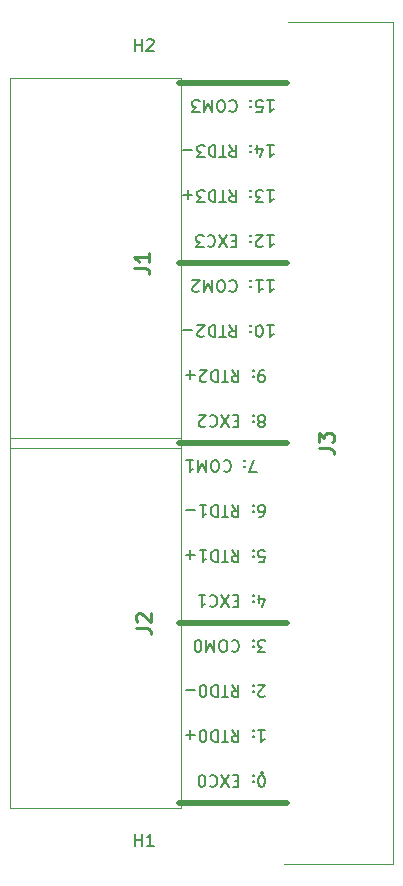
<source format=gbr>
G04 #@! TF.GenerationSoftware,KiCad,Pcbnew,(5.99.0-7355-g8781ce7efb)*
G04 #@! TF.CreationDate,2021-03-09T10:35:05+01:00*
G04 #@! TF.ProjectId,NI9217Filter,4e493932-3137-4466-996c-7465722e6b69,rev?*
G04 #@! TF.SameCoordinates,Original*
G04 #@! TF.FileFunction,Legend,Top*
G04 #@! TF.FilePolarity,Positive*
%FSLAX46Y46*%
G04 Gerber Fmt 4.6, Leading zero omitted, Abs format (unit mm)*
G04 Created by KiCad (PCBNEW (5.99.0-7355-g8781ce7efb)) date 2021-03-09 10:35:05*
%MOMM*%
%LPD*%
G01*
G04 APERTURE LIST*
%ADD10C,0.500000*%
%ADD11C,0.150000*%
%ADD12C,0.254000*%
%ADD13C,0.100000*%
%ADD14C,0.200000*%
G04 APERTURE END LIST*
D10*
X140716000Y-71120000D02*
X149860000Y-71120000D01*
X140716000Y-86360000D02*
X149860000Y-86360000D01*
X140716000Y-101600000D02*
X149860000Y-101600000D01*
X140716000Y-116840000D02*
X149860000Y-116840000D01*
X140716000Y-132080000D02*
X149860000Y-132080000D01*
D11*
X148075452Y-119292619D02*
X147456404Y-119292619D01*
X147789737Y-118911666D01*
X147646880Y-118911666D01*
X147551642Y-118864047D01*
X147504023Y-118816428D01*
X147456404Y-118721190D01*
X147456404Y-118483095D01*
X147504023Y-118387857D01*
X147551642Y-118340238D01*
X147646880Y-118292619D01*
X147932595Y-118292619D01*
X148027833Y-118340238D01*
X148075452Y-118387857D01*
X147027833Y-118387857D02*
X146980214Y-118340238D01*
X147027833Y-118292619D01*
X147075452Y-118340238D01*
X147027833Y-118387857D01*
X147027833Y-118292619D01*
X147027833Y-118911666D02*
X146980214Y-118864047D01*
X147027833Y-118816428D01*
X147075452Y-118864047D01*
X147027833Y-118911666D01*
X147027833Y-118816428D01*
X145218309Y-118387857D02*
X145265928Y-118340238D01*
X145408785Y-118292619D01*
X145504023Y-118292619D01*
X145646880Y-118340238D01*
X145742118Y-118435476D01*
X145789737Y-118530714D01*
X145837356Y-118721190D01*
X145837356Y-118864047D01*
X145789737Y-119054523D01*
X145742118Y-119149761D01*
X145646880Y-119245000D01*
X145504023Y-119292619D01*
X145408785Y-119292619D01*
X145265928Y-119245000D01*
X145218309Y-119197380D01*
X144599261Y-119292619D02*
X144408785Y-119292619D01*
X144313547Y-119245000D01*
X144218309Y-119149761D01*
X144170690Y-118959285D01*
X144170690Y-118625952D01*
X144218309Y-118435476D01*
X144313547Y-118340238D01*
X144408785Y-118292619D01*
X144599261Y-118292619D01*
X144694499Y-118340238D01*
X144789737Y-118435476D01*
X144837356Y-118625952D01*
X144837356Y-118959285D01*
X144789737Y-119149761D01*
X144694499Y-119245000D01*
X144599261Y-119292619D01*
X143742118Y-118292619D02*
X143742118Y-119292619D01*
X143408785Y-118578333D01*
X143075452Y-119292619D01*
X143075452Y-118292619D01*
X142408785Y-119292619D02*
X142313547Y-119292619D01*
X142218309Y-119245000D01*
X142170690Y-119197380D01*
X142123071Y-119102142D01*
X142075452Y-118911666D01*
X142075452Y-118673571D01*
X142123071Y-118483095D01*
X142170690Y-118387857D01*
X142218309Y-118340238D01*
X142313547Y-118292619D01*
X142408785Y-118292619D01*
X142504023Y-118340238D01*
X142551642Y-118387857D01*
X142599261Y-118483095D01*
X142646880Y-118673571D01*
X142646880Y-118911666D01*
X142599261Y-119102142D01*
X142551642Y-119197380D01*
X142504023Y-119245000D01*
X142408785Y-119292619D01*
X148027832Y-123007380D02*
X147980213Y-123055000D01*
X147884975Y-123102619D01*
X147646880Y-123102619D01*
X147551642Y-123055000D01*
X147504023Y-123007380D01*
X147456404Y-122912142D01*
X147456404Y-122816904D01*
X147504023Y-122674047D01*
X148075452Y-122102619D01*
X147456404Y-122102619D01*
X147027832Y-122197857D02*
X146980213Y-122150238D01*
X147027832Y-122102619D01*
X147075452Y-122150238D01*
X147027832Y-122197857D01*
X147027832Y-122102619D01*
X147027832Y-122721666D02*
X146980213Y-122674047D01*
X147027832Y-122626428D01*
X147075452Y-122674047D01*
X147027832Y-122721666D01*
X147027832Y-122626428D01*
X145218309Y-122102619D02*
X145551642Y-122578809D01*
X145789737Y-122102619D02*
X145789737Y-123102619D01*
X145408785Y-123102619D01*
X145313547Y-123055000D01*
X145265928Y-123007380D01*
X145218309Y-122912142D01*
X145218309Y-122769285D01*
X145265928Y-122674047D01*
X145313547Y-122626428D01*
X145408785Y-122578809D01*
X145789737Y-122578809D01*
X144932594Y-123102619D02*
X144361166Y-123102619D01*
X144646880Y-122102619D02*
X144646880Y-123102619D01*
X144027832Y-122102619D02*
X144027832Y-123102619D01*
X143789737Y-123102619D01*
X143646880Y-123055000D01*
X143551642Y-122959761D01*
X143504023Y-122864523D01*
X143456404Y-122674047D01*
X143456404Y-122531190D01*
X143504023Y-122340714D01*
X143551642Y-122245476D01*
X143646880Y-122150238D01*
X143789737Y-122102619D01*
X144027832Y-122102619D01*
X142837356Y-123102619D02*
X142742118Y-123102619D01*
X142646880Y-123055000D01*
X142599261Y-123007380D01*
X142551642Y-122912142D01*
X142504023Y-122721666D01*
X142504023Y-122483571D01*
X142551642Y-122293095D01*
X142599261Y-122197857D01*
X142646880Y-122150238D01*
X142742118Y-122102619D01*
X142837356Y-122102619D01*
X142932594Y-122150238D01*
X142980213Y-122197857D01*
X143027832Y-122293095D01*
X143075452Y-122483571D01*
X143075452Y-122721666D01*
X143027832Y-122912142D01*
X142980213Y-123007380D01*
X142932594Y-123055000D01*
X142837356Y-123102619D01*
X142075452Y-122483571D02*
X141313547Y-122483571D01*
X147456404Y-125912619D02*
X148027832Y-125912619D01*
X147742118Y-125912619D02*
X147742118Y-126912619D01*
X147837356Y-126769761D01*
X147932594Y-126674523D01*
X148027832Y-126626904D01*
X147027832Y-126007857D02*
X146980213Y-125960238D01*
X147027832Y-125912619D01*
X147075452Y-125960238D01*
X147027832Y-126007857D01*
X147027832Y-125912619D01*
X147027832Y-126531666D02*
X146980213Y-126484047D01*
X147027832Y-126436428D01*
X147075452Y-126484047D01*
X147027832Y-126531666D01*
X147027832Y-126436428D01*
X145218309Y-125912619D02*
X145551642Y-126388809D01*
X145789737Y-125912619D02*
X145789737Y-126912619D01*
X145408785Y-126912619D01*
X145313547Y-126865000D01*
X145265928Y-126817380D01*
X145218309Y-126722142D01*
X145218309Y-126579285D01*
X145265928Y-126484047D01*
X145313547Y-126436428D01*
X145408785Y-126388809D01*
X145789737Y-126388809D01*
X144932594Y-126912619D02*
X144361166Y-126912619D01*
X144646880Y-125912619D02*
X144646880Y-126912619D01*
X144027832Y-125912619D02*
X144027832Y-126912619D01*
X143789737Y-126912619D01*
X143646880Y-126865000D01*
X143551642Y-126769761D01*
X143504023Y-126674523D01*
X143456404Y-126484047D01*
X143456404Y-126341190D01*
X143504023Y-126150714D01*
X143551642Y-126055476D01*
X143646880Y-125960238D01*
X143789737Y-125912619D01*
X144027832Y-125912619D01*
X142837356Y-126912619D02*
X142742118Y-126912619D01*
X142646880Y-126865000D01*
X142599261Y-126817380D01*
X142551642Y-126722142D01*
X142504023Y-126531666D01*
X142504023Y-126293571D01*
X142551642Y-126103095D01*
X142599261Y-126007857D01*
X142646880Y-125960238D01*
X142742118Y-125912619D01*
X142837356Y-125912619D01*
X142932594Y-125960238D01*
X142980213Y-126007857D01*
X143027832Y-126103095D01*
X143075452Y-126293571D01*
X143075452Y-126531666D01*
X143027832Y-126722142D01*
X142980213Y-126817380D01*
X142932594Y-126865000D01*
X142837356Y-126912619D01*
X142075452Y-126293571D02*
X141313547Y-126293571D01*
X141694499Y-125912619D02*
X141694499Y-126674523D01*
X147789737Y-130722619D02*
X147694499Y-130722619D01*
X147599261Y-130675000D01*
X147551642Y-130627380D01*
X147504023Y-130532142D01*
X147456404Y-130341666D01*
X147456404Y-130103571D01*
X147504023Y-129913095D01*
X147551642Y-129817857D01*
X147599261Y-129770238D01*
X147694499Y-129722619D01*
X147789737Y-129722619D01*
X147884975Y-129770238D01*
X147932594Y-129817857D01*
X147980213Y-129913095D01*
X148027832Y-130103571D01*
X148027832Y-130341666D01*
X147980213Y-130532142D01*
X147932594Y-130627380D01*
X147884975Y-130675000D01*
X147789737Y-130722619D01*
X147027832Y-129817857D02*
X146980213Y-129770238D01*
X147027832Y-129722619D01*
X147075451Y-129770238D01*
X147027832Y-129817857D01*
X147027832Y-129722619D01*
X147027832Y-130341666D02*
X146980213Y-130294047D01*
X147027832Y-130246428D01*
X147075451Y-130294047D01*
X147027832Y-130341666D01*
X147027832Y-130246428D01*
X145789737Y-130246428D02*
X145456404Y-130246428D01*
X145313547Y-129722619D02*
X145789737Y-129722619D01*
X145789737Y-130722619D01*
X145313547Y-130722619D01*
X144980213Y-130722619D02*
X144313547Y-129722619D01*
X144313547Y-130722619D02*
X144980213Y-129722619D01*
X143361166Y-129817857D02*
X143408785Y-129770238D01*
X143551642Y-129722619D01*
X143646880Y-129722619D01*
X143789737Y-129770238D01*
X143884975Y-129865476D01*
X143932594Y-129960714D01*
X143980213Y-130151190D01*
X143980213Y-130294047D01*
X143932594Y-130484523D01*
X143884975Y-130579761D01*
X143789737Y-130675000D01*
X143646880Y-130722619D01*
X143551642Y-130722619D01*
X143408785Y-130675000D01*
X143361166Y-130627380D01*
X142742118Y-130722619D02*
X142646880Y-130722619D01*
X142551642Y-130675000D01*
X142504023Y-130627380D01*
X142456404Y-130532142D01*
X142408785Y-130341666D01*
X142408785Y-130103571D01*
X142456404Y-129913095D01*
X142504023Y-129817857D01*
X142551642Y-129770238D01*
X142646880Y-129722619D01*
X142742118Y-129722619D01*
X142837356Y-129770238D01*
X142884975Y-129817857D01*
X142932594Y-129913095D01*
X142980213Y-130103571D01*
X142980213Y-130341666D01*
X142932594Y-130532142D01*
X142884975Y-130627380D01*
X142837356Y-130675000D01*
X142742118Y-130722619D01*
X147932594Y-95432619D02*
X147742118Y-95432619D01*
X147646880Y-95480238D01*
X147599261Y-95527857D01*
X147504023Y-95670714D01*
X147456404Y-95861190D01*
X147456404Y-96242142D01*
X147504023Y-96337380D01*
X147551642Y-96385000D01*
X147646880Y-96432619D01*
X147837356Y-96432619D01*
X147932594Y-96385000D01*
X147980213Y-96337380D01*
X148027832Y-96242142D01*
X148027832Y-96004047D01*
X147980213Y-95908809D01*
X147932594Y-95861190D01*
X147837356Y-95813571D01*
X147646880Y-95813571D01*
X147551642Y-95861190D01*
X147504023Y-95908809D01*
X147456404Y-96004047D01*
X147027832Y-95527857D02*
X146980213Y-95480238D01*
X147027832Y-95432619D01*
X147075452Y-95480238D01*
X147027832Y-95527857D01*
X147027832Y-95432619D01*
X147027832Y-96051666D02*
X146980213Y-96004047D01*
X147027832Y-95956428D01*
X147075452Y-96004047D01*
X147027832Y-96051666D01*
X147027832Y-95956428D01*
X145218309Y-95432619D02*
X145551642Y-95908809D01*
X145789737Y-95432619D02*
X145789737Y-96432619D01*
X145408785Y-96432619D01*
X145313547Y-96385000D01*
X145265928Y-96337380D01*
X145218309Y-96242142D01*
X145218309Y-96099285D01*
X145265928Y-96004047D01*
X145313547Y-95956428D01*
X145408785Y-95908809D01*
X145789737Y-95908809D01*
X144932594Y-96432619D02*
X144361166Y-96432619D01*
X144646880Y-95432619D02*
X144646880Y-96432619D01*
X144027832Y-95432619D02*
X144027832Y-96432619D01*
X143789737Y-96432619D01*
X143646880Y-96385000D01*
X143551642Y-96289761D01*
X143504023Y-96194523D01*
X143456404Y-96004047D01*
X143456404Y-95861190D01*
X143504023Y-95670714D01*
X143551642Y-95575476D01*
X143646880Y-95480238D01*
X143789737Y-95432619D01*
X144027832Y-95432619D01*
X143075452Y-96337380D02*
X143027832Y-96385000D01*
X142932594Y-96432619D01*
X142694499Y-96432619D01*
X142599261Y-96385000D01*
X142551642Y-96337380D01*
X142504023Y-96242142D01*
X142504023Y-96146904D01*
X142551642Y-96004047D01*
X143123071Y-95432619D01*
X142504023Y-95432619D01*
X142075452Y-95813571D02*
X141313547Y-95813571D01*
X141694499Y-95432619D02*
X141694499Y-96194523D01*
X147384976Y-104052619D02*
X146718309Y-104052619D01*
X147146880Y-103052619D01*
X146337357Y-103147857D02*
X146289738Y-103100238D01*
X146337357Y-103052619D01*
X146384976Y-103100238D01*
X146337357Y-103147857D01*
X146337357Y-103052619D01*
X146337357Y-103671666D02*
X146289738Y-103624047D01*
X146337357Y-103576428D01*
X146384976Y-103624047D01*
X146337357Y-103671666D01*
X146337357Y-103576428D01*
X144527833Y-103147857D02*
X144575452Y-103100238D01*
X144718309Y-103052619D01*
X144813547Y-103052619D01*
X144956404Y-103100238D01*
X145051642Y-103195476D01*
X145099261Y-103290714D01*
X145146880Y-103481190D01*
X145146880Y-103624047D01*
X145099261Y-103814523D01*
X145051642Y-103909761D01*
X144956404Y-104005000D01*
X144813547Y-104052619D01*
X144718309Y-104052619D01*
X144575452Y-104005000D01*
X144527833Y-103957380D01*
X143908785Y-104052619D02*
X143718309Y-104052619D01*
X143623071Y-104005000D01*
X143527833Y-103909761D01*
X143480214Y-103719285D01*
X143480214Y-103385952D01*
X143527833Y-103195476D01*
X143623071Y-103100238D01*
X143718309Y-103052619D01*
X143908785Y-103052619D01*
X144004023Y-103100238D01*
X144099261Y-103195476D01*
X144146880Y-103385952D01*
X144146880Y-103719285D01*
X144099261Y-103909761D01*
X144004023Y-104005000D01*
X143908785Y-104052619D01*
X143051642Y-103052619D02*
X143051642Y-104052619D01*
X142718309Y-103338333D01*
X142384976Y-104052619D01*
X142384976Y-103052619D01*
X141384976Y-103052619D02*
X141956404Y-103052619D01*
X141670690Y-103052619D02*
X141670690Y-104052619D01*
X141765928Y-103909761D01*
X141861166Y-103814523D01*
X141956404Y-103766904D01*
X147837356Y-99814047D02*
X147932594Y-99861666D01*
X147980213Y-99909285D01*
X148027832Y-100004523D01*
X148027832Y-100052142D01*
X147980213Y-100147380D01*
X147932594Y-100195000D01*
X147837356Y-100242619D01*
X147646880Y-100242619D01*
X147551642Y-100195000D01*
X147504023Y-100147380D01*
X147456404Y-100052142D01*
X147456404Y-100004523D01*
X147504023Y-99909285D01*
X147551642Y-99861666D01*
X147646880Y-99814047D01*
X147837356Y-99814047D01*
X147932594Y-99766428D01*
X147980213Y-99718809D01*
X148027832Y-99623571D01*
X148027832Y-99433095D01*
X147980213Y-99337857D01*
X147932594Y-99290238D01*
X147837356Y-99242619D01*
X147646880Y-99242619D01*
X147551642Y-99290238D01*
X147504023Y-99337857D01*
X147456404Y-99433095D01*
X147456404Y-99623571D01*
X147504023Y-99718809D01*
X147551642Y-99766428D01*
X147646880Y-99814047D01*
X147027832Y-99337857D02*
X146980213Y-99290238D01*
X147027832Y-99242619D01*
X147075451Y-99290238D01*
X147027832Y-99337857D01*
X147027832Y-99242619D01*
X147027832Y-99861666D02*
X146980213Y-99814047D01*
X147027832Y-99766428D01*
X147075451Y-99814047D01*
X147027832Y-99861666D01*
X147027832Y-99766428D01*
X145789737Y-99766428D02*
X145456404Y-99766428D01*
X145313547Y-99242619D02*
X145789737Y-99242619D01*
X145789737Y-100242619D01*
X145313547Y-100242619D01*
X144980213Y-100242619D02*
X144313547Y-99242619D01*
X144313547Y-100242619D02*
X144980213Y-99242619D01*
X143361166Y-99337857D02*
X143408785Y-99290238D01*
X143551642Y-99242619D01*
X143646880Y-99242619D01*
X143789737Y-99290238D01*
X143884975Y-99385476D01*
X143932594Y-99480714D01*
X143980213Y-99671190D01*
X143980213Y-99814047D01*
X143932594Y-100004523D01*
X143884975Y-100099761D01*
X143789737Y-100195000D01*
X143646880Y-100242619D01*
X143551642Y-100242619D01*
X143408785Y-100195000D01*
X143361166Y-100147380D01*
X142980213Y-100147380D02*
X142932594Y-100195000D01*
X142837356Y-100242619D01*
X142599261Y-100242619D01*
X142504023Y-100195000D01*
X142456404Y-100147380D01*
X142408785Y-100052142D01*
X142408785Y-99956904D01*
X142456404Y-99814047D01*
X143027832Y-99242619D01*
X142408785Y-99242619D01*
X147551642Y-107862619D02*
X147742118Y-107862619D01*
X147837356Y-107815000D01*
X147884975Y-107767380D01*
X147980213Y-107624523D01*
X148027832Y-107434047D01*
X148027832Y-107053095D01*
X147980213Y-106957857D01*
X147932594Y-106910238D01*
X147837356Y-106862619D01*
X147646880Y-106862619D01*
X147551642Y-106910238D01*
X147504023Y-106957857D01*
X147456404Y-107053095D01*
X147456404Y-107291190D01*
X147504023Y-107386428D01*
X147551642Y-107434047D01*
X147646880Y-107481666D01*
X147837356Y-107481666D01*
X147932594Y-107434047D01*
X147980213Y-107386428D01*
X148027832Y-107291190D01*
X147027832Y-106957857D02*
X146980213Y-106910238D01*
X147027832Y-106862619D01*
X147075452Y-106910238D01*
X147027832Y-106957857D01*
X147027832Y-106862619D01*
X147027832Y-107481666D02*
X146980213Y-107434047D01*
X147027832Y-107386428D01*
X147075452Y-107434047D01*
X147027832Y-107481666D01*
X147027832Y-107386428D01*
X145218309Y-106862619D02*
X145551642Y-107338809D01*
X145789737Y-106862619D02*
X145789737Y-107862619D01*
X145408785Y-107862619D01*
X145313547Y-107815000D01*
X145265928Y-107767380D01*
X145218309Y-107672142D01*
X145218309Y-107529285D01*
X145265928Y-107434047D01*
X145313547Y-107386428D01*
X145408785Y-107338809D01*
X145789737Y-107338809D01*
X144932594Y-107862619D02*
X144361166Y-107862619D01*
X144646880Y-106862619D02*
X144646880Y-107862619D01*
X144027832Y-106862619D02*
X144027832Y-107862619D01*
X143789737Y-107862619D01*
X143646880Y-107815000D01*
X143551642Y-107719761D01*
X143504023Y-107624523D01*
X143456404Y-107434047D01*
X143456404Y-107291190D01*
X143504023Y-107100714D01*
X143551642Y-107005476D01*
X143646880Y-106910238D01*
X143789737Y-106862619D01*
X144027832Y-106862619D01*
X142504023Y-106862619D02*
X143075452Y-106862619D01*
X142789737Y-106862619D02*
X142789737Y-107862619D01*
X142884975Y-107719761D01*
X142980213Y-107624523D01*
X143075452Y-107576904D01*
X142075452Y-107243571D02*
X141313547Y-107243571D01*
X147551642Y-115149285D02*
X147551642Y-114482619D01*
X147789737Y-115530238D02*
X148027832Y-114815952D01*
X147408785Y-114815952D01*
X147027832Y-114577857D02*
X146980213Y-114530238D01*
X147027832Y-114482619D01*
X147075451Y-114530238D01*
X147027832Y-114577857D01*
X147027832Y-114482619D01*
X147027832Y-115101666D02*
X146980213Y-115054047D01*
X147027832Y-115006428D01*
X147075451Y-115054047D01*
X147027832Y-115101666D01*
X147027832Y-115006428D01*
X145789737Y-115006428D02*
X145456404Y-115006428D01*
X145313547Y-114482619D02*
X145789737Y-114482619D01*
X145789737Y-115482619D01*
X145313547Y-115482619D01*
X144980213Y-115482619D02*
X144313547Y-114482619D01*
X144313547Y-115482619D02*
X144980213Y-114482619D01*
X143361166Y-114577857D02*
X143408785Y-114530238D01*
X143551642Y-114482619D01*
X143646880Y-114482619D01*
X143789737Y-114530238D01*
X143884975Y-114625476D01*
X143932594Y-114720714D01*
X143980213Y-114911190D01*
X143980213Y-115054047D01*
X143932594Y-115244523D01*
X143884975Y-115339761D01*
X143789737Y-115435000D01*
X143646880Y-115482619D01*
X143551642Y-115482619D01*
X143408785Y-115435000D01*
X143361166Y-115387380D01*
X142408785Y-114482619D02*
X142980213Y-114482619D01*
X142694499Y-114482619D02*
X142694499Y-115482619D01*
X142789737Y-115339761D01*
X142884975Y-115244523D01*
X142980213Y-115196904D01*
X147504023Y-111672619D02*
X147980213Y-111672619D01*
X148027832Y-111196428D01*
X147980213Y-111244047D01*
X147884975Y-111291666D01*
X147646880Y-111291666D01*
X147551642Y-111244047D01*
X147504023Y-111196428D01*
X147456404Y-111101190D01*
X147456404Y-110863095D01*
X147504023Y-110767857D01*
X147551642Y-110720238D01*
X147646880Y-110672619D01*
X147884975Y-110672619D01*
X147980213Y-110720238D01*
X148027832Y-110767857D01*
X147027832Y-110767857D02*
X146980213Y-110720238D01*
X147027832Y-110672619D01*
X147075452Y-110720238D01*
X147027832Y-110767857D01*
X147027832Y-110672619D01*
X147027832Y-111291666D02*
X146980213Y-111244047D01*
X147027832Y-111196428D01*
X147075452Y-111244047D01*
X147027832Y-111291666D01*
X147027832Y-111196428D01*
X145218309Y-110672619D02*
X145551642Y-111148809D01*
X145789737Y-110672619D02*
X145789737Y-111672619D01*
X145408785Y-111672619D01*
X145313547Y-111625000D01*
X145265928Y-111577380D01*
X145218309Y-111482142D01*
X145218309Y-111339285D01*
X145265928Y-111244047D01*
X145313547Y-111196428D01*
X145408785Y-111148809D01*
X145789737Y-111148809D01*
X144932594Y-111672619D02*
X144361166Y-111672619D01*
X144646880Y-110672619D02*
X144646880Y-111672619D01*
X144027832Y-110672619D02*
X144027832Y-111672619D01*
X143789737Y-111672619D01*
X143646880Y-111625000D01*
X143551642Y-111529761D01*
X143504023Y-111434523D01*
X143456404Y-111244047D01*
X143456404Y-111101190D01*
X143504023Y-110910714D01*
X143551642Y-110815476D01*
X143646880Y-110720238D01*
X143789737Y-110672619D01*
X144027832Y-110672619D01*
X142504023Y-110672619D02*
X143075452Y-110672619D01*
X142789737Y-110672619D02*
X142789737Y-111672619D01*
X142884975Y-111529761D01*
X142980213Y-111434523D01*
X143075452Y-111386904D01*
X142075452Y-111053571D02*
X141313547Y-111053571D01*
X141694499Y-110672619D02*
X141694499Y-111434523D01*
X148218309Y-91622619D02*
X148789737Y-91622619D01*
X148504023Y-91622619D02*
X148504023Y-92622619D01*
X148599261Y-92479761D01*
X148694499Y-92384523D01*
X148789737Y-92336904D01*
X147599261Y-92622619D02*
X147504023Y-92622619D01*
X147408785Y-92575000D01*
X147361166Y-92527380D01*
X147313547Y-92432142D01*
X147265928Y-92241666D01*
X147265928Y-92003571D01*
X147313547Y-91813095D01*
X147361166Y-91717857D01*
X147408785Y-91670238D01*
X147504023Y-91622619D01*
X147599261Y-91622619D01*
X147694499Y-91670238D01*
X147742118Y-91717857D01*
X147789737Y-91813095D01*
X147837356Y-92003571D01*
X147837356Y-92241666D01*
X147789737Y-92432142D01*
X147742118Y-92527380D01*
X147694499Y-92575000D01*
X147599261Y-92622619D01*
X146837356Y-91717857D02*
X146789737Y-91670238D01*
X146837356Y-91622619D01*
X146884976Y-91670238D01*
X146837356Y-91717857D01*
X146837356Y-91622619D01*
X146837356Y-92241666D02*
X146789737Y-92194047D01*
X146837356Y-92146428D01*
X146884976Y-92194047D01*
X146837356Y-92241666D01*
X146837356Y-92146428D01*
X145027833Y-91622619D02*
X145361166Y-92098809D01*
X145599261Y-91622619D02*
X145599261Y-92622619D01*
X145218309Y-92622619D01*
X145123071Y-92575000D01*
X145075452Y-92527380D01*
X145027833Y-92432142D01*
X145027833Y-92289285D01*
X145075452Y-92194047D01*
X145123071Y-92146428D01*
X145218309Y-92098809D01*
X145599261Y-92098809D01*
X144742118Y-92622619D02*
X144170690Y-92622619D01*
X144456404Y-91622619D02*
X144456404Y-92622619D01*
X143837356Y-91622619D02*
X143837356Y-92622619D01*
X143599261Y-92622619D01*
X143456404Y-92575000D01*
X143361166Y-92479761D01*
X143313547Y-92384523D01*
X143265928Y-92194047D01*
X143265928Y-92051190D01*
X143313547Y-91860714D01*
X143361166Y-91765476D01*
X143456404Y-91670238D01*
X143599261Y-91622619D01*
X143837356Y-91622619D01*
X142884976Y-92527380D02*
X142837356Y-92575000D01*
X142742118Y-92622619D01*
X142504023Y-92622619D01*
X142408785Y-92575000D01*
X142361166Y-92527380D01*
X142313547Y-92432142D01*
X142313547Y-92336904D01*
X142361166Y-92194047D01*
X142932595Y-91622619D01*
X142313547Y-91622619D01*
X141884976Y-92003571D02*
X141123071Y-92003571D01*
X148218309Y-87812619D02*
X148789738Y-87812619D01*
X148504023Y-87812619D02*
X148504023Y-88812619D01*
X148599261Y-88669761D01*
X148694500Y-88574523D01*
X148789738Y-88526904D01*
X147265928Y-87812619D02*
X147837357Y-87812619D01*
X147551642Y-87812619D02*
X147551642Y-88812619D01*
X147646880Y-88669761D01*
X147742119Y-88574523D01*
X147837357Y-88526904D01*
X146837357Y-87907857D02*
X146789738Y-87860238D01*
X146837357Y-87812619D01*
X146884976Y-87860238D01*
X146837357Y-87907857D01*
X146837357Y-87812619D01*
X146837357Y-88431666D02*
X146789738Y-88384047D01*
X146837357Y-88336428D01*
X146884976Y-88384047D01*
X146837357Y-88431666D01*
X146837357Y-88336428D01*
X145027833Y-87907857D02*
X145075452Y-87860238D01*
X145218309Y-87812619D01*
X145313547Y-87812619D01*
X145456404Y-87860238D01*
X145551642Y-87955476D01*
X145599261Y-88050714D01*
X145646880Y-88241190D01*
X145646880Y-88384047D01*
X145599261Y-88574523D01*
X145551642Y-88669761D01*
X145456404Y-88765000D01*
X145313547Y-88812619D01*
X145218309Y-88812619D01*
X145075452Y-88765000D01*
X145027833Y-88717380D01*
X144408785Y-88812619D02*
X144218309Y-88812619D01*
X144123071Y-88765000D01*
X144027833Y-88669761D01*
X143980214Y-88479285D01*
X143980214Y-88145952D01*
X144027833Y-87955476D01*
X144123071Y-87860238D01*
X144218309Y-87812619D01*
X144408785Y-87812619D01*
X144504023Y-87860238D01*
X144599261Y-87955476D01*
X144646880Y-88145952D01*
X144646880Y-88479285D01*
X144599261Y-88669761D01*
X144504023Y-88765000D01*
X144408785Y-88812619D01*
X143551642Y-87812619D02*
X143551642Y-88812619D01*
X143218309Y-88098333D01*
X142884976Y-88812619D01*
X142884976Y-87812619D01*
X142456404Y-88717380D02*
X142408785Y-88765000D01*
X142313547Y-88812619D01*
X142075452Y-88812619D01*
X141980214Y-88765000D01*
X141932595Y-88717380D01*
X141884976Y-88622142D01*
X141884976Y-88526904D01*
X141932595Y-88384047D01*
X142504023Y-87812619D01*
X141884976Y-87812619D01*
X148218309Y-84002619D02*
X148789737Y-84002619D01*
X148504023Y-84002619D02*
X148504023Y-85002619D01*
X148599261Y-84859761D01*
X148694499Y-84764523D01*
X148789737Y-84716904D01*
X147837356Y-84907380D02*
X147789737Y-84955000D01*
X147694499Y-85002619D01*
X147456404Y-85002619D01*
X147361166Y-84955000D01*
X147313547Y-84907380D01*
X147265928Y-84812142D01*
X147265928Y-84716904D01*
X147313547Y-84574047D01*
X147884975Y-84002619D01*
X147265928Y-84002619D01*
X146837356Y-84097857D02*
X146789737Y-84050238D01*
X146837356Y-84002619D01*
X146884975Y-84050238D01*
X146837356Y-84097857D01*
X146837356Y-84002619D01*
X146837356Y-84621666D02*
X146789737Y-84574047D01*
X146837356Y-84526428D01*
X146884975Y-84574047D01*
X146837356Y-84621666D01*
X146837356Y-84526428D01*
X145599261Y-84526428D02*
X145265928Y-84526428D01*
X145123071Y-84002619D02*
X145599261Y-84002619D01*
X145599261Y-85002619D01*
X145123071Y-85002619D01*
X144789737Y-85002619D02*
X144123071Y-84002619D01*
X144123071Y-85002619D02*
X144789737Y-84002619D01*
X143170690Y-84097857D02*
X143218309Y-84050238D01*
X143361166Y-84002619D01*
X143456404Y-84002619D01*
X143599261Y-84050238D01*
X143694499Y-84145476D01*
X143742118Y-84240714D01*
X143789737Y-84431190D01*
X143789737Y-84574047D01*
X143742118Y-84764523D01*
X143694499Y-84859761D01*
X143599261Y-84955000D01*
X143456404Y-85002619D01*
X143361166Y-85002619D01*
X143218309Y-84955000D01*
X143170690Y-84907380D01*
X142837356Y-85002619D02*
X142218309Y-85002619D01*
X142551642Y-84621666D01*
X142408785Y-84621666D01*
X142313547Y-84574047D01*
X142265928Y-84526428D01*
X142218309Y-84431190D01*
X142218309Y-84193095D01*
X142265928Y-84097857D01*
X142313547Y-84050238D01*
X142408785Y-84002619D01*
X142694499Y-84002619D01*
X142789737Y-84050238D01*
X142837356Y-84097857D01*
X148218309Y-80192619D02*
X148789737Y-80192619D01*
X148504023Y-80192619D02*
X148504023Y-81192619D01*
X148599261Y-81049761D01*
X148694499Y-80954523D01*
X148789737Y-80906904D01*
X147884976Y-81192619D02*
X147265928Y-81192619D01*
X147599261Y-80811666D01*
X147456404Y-80811666D01*
X147361166Y-80764047D01*
X147313547Y-80716428D01*
X147265928Y-80621190D01*
X147265928Y-80383095D01*
X147313547Y-80287857D01*
X147361166Y-80240238D01*
X147456404Y-80192619D01*
X147742118Y-80192619D01*
X147837356Y-80240238D01*
X147884976Y-80287857D01*
X146837356Y-80287857D02*
X146789737Y-80240238D01*
X146837356Y-80192619D01*
X146884976Y-80240238D01*
X146837356Y-80287857D01*
X146837356Y-80192619D01*
X146837356Y-80811666D02*
X146789737Y-80764047D01*
X146837356Y-80716428D01*
X146884976Y-80764047D01*
X146837356Y-80811666D01*
X146837356Y-80716428D01*
X145027833Y-80192619D02*
X145361166Y-80668809D01*
X145599261Y-80192619D02*
X145599261Y-81192619D01*
X145218309Y-81192619D01*
X145123071Y-81145000D01*
X145075452Y-81097380D01*
X145027833Y-81002142D01*
X145027833Y-80859285D01*
X145075452Y-80764047D01*
X145123071Y-80716428D01*
X145218309Y-80668809D01*
X145599261Y-80668809D01*
X144742118Y-81192619D02*
X144170690Y-81192619D01*
X144456404Y-80192619D02*
X144456404Y-81192619D01*
X143837356Y-80192619D02*
X143837356Y-81192619D01*
X143599261Y-81192619D01*
X143456404Y-81145000D01*
X143361166Y-81049761D01*
X143313547Y-80954523D01*
X143265928Y-80764047D01*
X143265928Y-80621190D01*
X143313547Y-80430714D01*
X143361166Y-80335476D01*
X143456404Y-80240238D01*
X143599261Y-80192619D01*
X143837356Y-80192619D01*
X142932595Y-81192619D02*
X142313547Y-81192619D01*
X142646880Y-80811666D01*
X142504023Y-80811666D01*
X142408785Y-80764047D01*
X142361166Y-80716428D01*
X142313547Y-80621190D01*
X142313547Y-80383095D01*
X142361166Y-80287857D01*
X142408785Y-80240238D01*
X142504023Y-80192619D01*
X142789737Y-80192619D01*
X142884976Y-80240238D01*
X142932595Y-80287857D01*
X141884976Y-80573571D02*
X141123071Y-80573571D01*
X141504023Y-80192619D02*
X141504023Y-80954523D01*
X148218309Y-72572619D02*
X148789738Y-72572619D01*
X148504023Y-72572619D02*
X148504023Y-73572619D01*
X148599261Y-73429761D01*
X148694500Y-73334523D01*
X148789738Y-73286904D01*
X147313547Y-73572619D02*
X147789738Y-73572619D01*
X147837357Y-73096428D01*
X147789738Y-73144047D01*
X147694500Y-73191666D01*
X147456404Y-73191666D01*
X147361166Y-73144047D01*
X147313547Y-73096428D01*
X147265928Y-73001190D01*
X147265928Y-72763095D01*
X147313547Y-72667857D01*
X147361166Y-72620238D01*
X147456404Y-72572619D01*
X147694500Y-72572619D01*
X147789738Y-72620238D01*
X147837357Y-72667857D01*
X146837357Y-72667857D02*
X146789738Y-72620238D01*
X146837357Y-72572619D01*
X146884976Y-72620238D01*
X146837357Y-72667857D01*
X146837357Y-72572619D01*
X146837357Y-73191666D02*
X146789738Y-73144047D01*
X146837357Y-73096428D01*
X146884976Y-73144047D01*
X146837357Y-73191666D01*
X146837357Y-73096428D01*
X145027833Y-72667857D02*
X145075452Y-72620238D01*
X145218309Y-72572619D01*
X145313547Y-72572619D01*
X145456404Y-72620238D01*
X145551642Y-72715476D01*
X145599261Y-72810714D01*
X145646880Y-73001190D01*
X145646880Y-73144047D01*
X145599261Y-73334523D01*
X145551642Y-73429761D01*
X145456404Y-73525000D01*
X145313547Y-73572619D01*
X145218309Y-73572619D01*
X145075452Y-73525000D01*
X145027833Y-73477380D01*
X144408785Y-73572619D02*
X144218309Y-73572619D01*
X144123071Y-73525000D01*
X144027833Y-73429761D01*
X143980214Y-73239285D01*
X143980214Y-72905952D01*
X144027833Y-72715476D01*
X144123071Y-72620238D01*
X144218309Y-72572619D01*
X144408785Y-72572619D01*
X144504023Y-72620238D01*
X144599261Y-72715476D01*
X144646880Y-72905952D01*
X144646880Y-73239285D01*
X144599261Y-73429761D01*
X144504023Y-73525000D01*
X144408785Y-73572619D01*
X143551642Y-72572619D02*
X143551642Y-73572619D01*
X143218309Y-72858333D01*
X142884976Y-73572619D01*
X142884976Y-72572619D01*
X142504023Y-73572619D02*
X141884976Y-73572619D01*
X142218309Y-73191666D01*
X142075452Y-73191666D01*
X141980214Y-73144047D01*
X141932595Y-73096428D01*
X141884976Y-73001190D01*
X141884976Y-72763095D01*
X141932595Y-72667857D01*
X141980214Y-72620238D01*
X142075452Y-72572619D01*
X142361166Y-72572619D01*
X142456404Y-72620238D01*
X142504023Y-72667857D01*
X148218309Y-76382619D02*
X148789737Y-76382619D01*
X148504023Y-76382619D02*
X148504023Y-77382619D01*
X148599261Y-77239761D01*
X148694499Y-77144523D01*
X148789737Y-77096904D01*
X147361166Y-77049285D02*
X147361166Y-76382619D01*
X147599261Y-77430238D02*
X147837356Y-76715952D01*
X147218309Y-76715952D01*
X146837356Y-76477857D02*
X146789737Y-76430238D01*
X146837356Y-76382619D01*
X146884976Y-76430238D01*
X146837356Y-76477857D01*
X146837356Y-76382619D01*
X146837356Y-77001666D02*
X146789737Y-76954047D01*
X146837356Y-76906428D01*
X146884976Y-76954047D01*
X146837356Y-77001666D01*
X146837356Y-76906428D01*
X145027833Y-76382619D02*
X145361166Y-76858809D01*
X145599261Y-76382619D02*
X145599261Y-77382619D01*
X145218309Y-77382619D01*
X145123071Y-77335000D01*
X145075452Y-77287380D01*
X145027833Y-77192142D01*
X145027833Y-77049285D01*
X145075452Y-76954047D01*
X145123071Y-76906428D01*
X145218309Y-76858809D01*
X145599261Y-76858809D01*
X144742118Y-77382619D02*
X144170690Y-77382619D01*
X144456404Y-76382619D02*
X144456404Y-77382619D01*
X143837356Y-76382619D02*
X143837356Y-77382619D01*
X143599261Y-77382619D01*
X143456404Y-77335000D01*
X143361166Y-77239761D01*
X143313547Y-77144523D01*
X143265928Y-76954047D01*
X143265928Y-76811190D01*
X143313547Y-76620714D01*
X143361166Y-76525476D01*
X143456404Y-76430238D01*
X143599261Y-76382619D01*
X143837356Y-76382619D01*
X142932595Y-77382619D02*
X142313547Y-77382619D01*
X142646880Y-77001666D01*
X142504023Y-77001666D01*
X142408785Y-76954047D01*
X142361166Y-76906428D01*
X142313547Y-76811190D01*
X142313547Y-76573095D01*
X142361166Y-76477857D01*
X142408785Y-76430238D01*
X142504023Y-76382619D01*
X142789737Y-76382619D01*
X142884976Y-76430238D01*
X142932595Y-76477857D01*
X141884976Y-76763571D02*
X141123071Y-76763571D01*
D12*
X152569523Y-102023333D02*
X153476666Y-102023333D01*
X153658095Y-102083809D01*
X153779047Y-102204761D01*
X153839523Y-102386190D01*
X153839523Y-102507142D01*
X152569523Y-101539523D02*
X152569523Y-100753333D01*
X153053333Y-101176666D01*
X153053333Y-100995238D01*
X153113809Y-100874285D01*
X153174285Y-100813809D01*
X153295238Y-100753333D01*
X153597619Y-100753333D01*
X153718571Y-100813809D01*
X153779047Y-100874285D01*
X153839523Y-100995238D01*
X153839523Y-101358095D01*
X153779047Y-101479047D01*
X153718571Y-101539523D01*
X137099523Y-117263333D02*
X138006666Y-117263333D01*
X138188095Y-117323809D01*
X138309047Y-117444761D01*
X138369523Y-117626190D01*
X138369523Y-117747142D01*
X137220476Y-116719047D02*
X137160000Y-116658571D01*
X137099523Y-116537619D01*
X137099523Y-116235238D01*
X137160000Y-116114285D01*
X137220476Y-116053809D01*
X137341428Y-115993333D01*
X137462380Y-115993333D01*
X137643809Y-116053809D01*
X138369523Y-116779523D01*
X138369523Y-115993333D01*
X136972523Y-86783333D02*
X137879666Y-86783333D01*
X138061095Y-86843809D01*
X138182047Y-86964761D01*
X138242523Y-87146190D01*
X138242523Y-87267142D01*
X138242523Y-85513333D02*
X138242523Y-86239047D01*
X138242523Y-85876190D02*
X136972523Y-85876190D01*
X137153952Y-85997142D01*
X137274904Y-86118095D01*
X137335380Y-86239047D01*
D11*
X137033095Y-135707380D02*
X137033095Y-134707380D01*
X137033095Y-135183571D02*
X137604523Y-135183571D01*
X137604523Y-135707380D02*
X137604523Y-134707380D01*
X138604523Y-135707380D02*
X138033095Y-135707380D01*
X138318809Y-135707380D02*
X138318809Y-134707380D01*
X138223571Y-134850238D01*
X138128333Y-134945476D01*
X138033095Y-134993095D01*
X137033095Y-68397380D02*
X137033095Y-67397380D01*
X137033095Y-67873571D02*
X137604523Y-67873571D01*
X137604523Y-68397380D02*
X137604523Y-67397380D01*
X138033095Y-67492619D02*
X138080714Y-67445000D01*
X138175952Y-67397380D01*
X138414047Y-67397380D01*
X138509285Y-67445000D01*
X138556904Y-67492619D01*
X138604523Y-67587857D01*
X138604523Y-67683095D01*
X138556904Y-67825952D01*
X137985476Y-68397380D01*
X138604523Y-68397380D01*
D13*
X158865000Y-65925000D02*
X149965000Y-65925000D01*
X149665000Y-137275000D02*
X158865000Y-137275000D01*
X158865000Y-137275000D02*
X158865000Y-65925000D01*
D14*
X147865000Y-129505000D02*
X147865000Y-129505000D01*
X147665000Y-129505000D02*
X147665000Y-129505000D01*
X147865000Y-129505000D02*
G75*
G02*
X147665000Y-129505000I-100000J0D01*
G01*
X147665000Y-129505000D02*
G75*
G02*
X147865000Y-129505000I100000J0D01*
G01*
D13*
X126465000Y-132475000D02*
X126465000Y-101205000D01*
X126465000Y-101205000D02*
X140965000Y-101205000D01*
X140965000Y-132475000D02*
X126465000Y-132475000D01*
X140965000Y-101205000D02*
X140965000Y-132475000D01*
X126465000Y-70725000D02*
X140965000Y-70725000D01*
X126465000Y-101995000D02*
X126465000Y-70725000D01*
X140965000Y-101995000D02*
X126465000Y-101995000D01*
X140965000Y-70725000D02*
X140965000Y-101995000D01*
M02*

</source>
